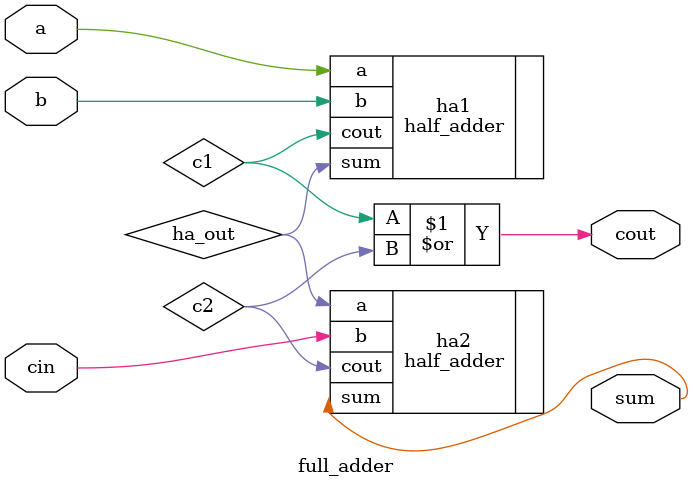
<source format=v>
module full_adder(a,b,cin,sum,cout);
input a,b,cin;
output sum,cout;
wire ha_out,c1,c2;
half_adder ha1(.a(a),.b(b),.sum(ha_out),.cout(c1));
half_adder ha2(.a(ha_out),.b(cin),.sum(sum),.cout(c2));
assign cout = c1|c2;
endmodule
</source>
